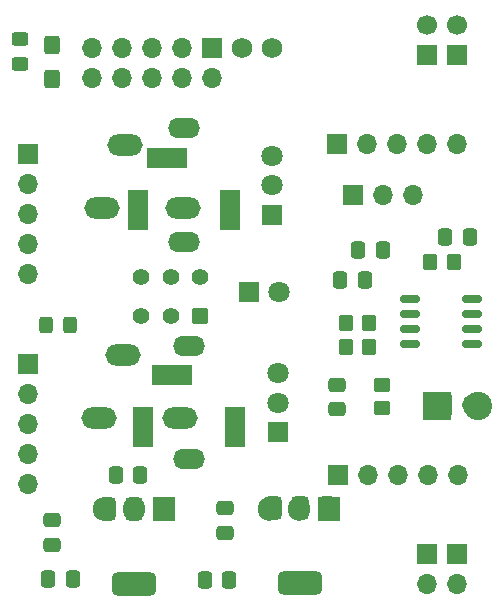
<source format=gbr>
%TF.GenerationSoftware,KiCad,Pcbnew,8.0.4*%
%TF.CreationDate,2024-08-25T20:19:00-07:00*%
%TF.ProjectId,Croissant,43726f69-7373-4616-9e74-2e6b69636164,rev?*%
%TF.SameCoordinates,Original*%
%TF.FileFunction,Soldermask,Top*%
%TF.FilePolarity,Negative*%
%FSLAX46Y46*%
G04 Gerber Fmt 4.6, Leading zero omitted, Abs format (unit mm)*
G04 Created by KiCad (PCBNEW 8.0.4) date 2024-08-25 20:19:00*
%MOMM*%
%LPD*%
G01*
G04 APERTURE LIST*
G04 Aperture macros list*
%AMRoundRect*
0 Rectangle with rounded corners*
0 $1 Rounding radius*
0 $2 $3 $4 $5 $6 $7 $8 $9 X,Y pos of 4 corners*
0 Add a 4 corners polygon primitive as box body*
4,1,4,$2,$3,$4,$5,$6,$7,$8,$9,$2,$3,0*
0 Add four circle primitives for the rounded corners*
1,1,$1+$1,$2,$3*
1,1,$1+$1,$4,$5*
1,1,$1+$1,$6,$7*
1,1,$1+$1,$8,$9*
0 Add four rect primitives between the rounded corners*
20,1,$1+$1,$2,$3,$4,$5,0*
20,1,$1+$1,$4,$5,$6,$7,0*
20,1,$1+$1,$6,$7,$8,$9,0*
20,1,$1+$1,$8,$9,$2,$3,0*%
G04 Aperture macros list end*
%ADD10RoundRect,0.250000X-0.337500X-0.475000X0.337500X-0.475000X0.337500X0.475000X-0.337500X0.475000X0*%
%ADD11R,1.700000X1.700000*%
%ADD12O,1.700000X1.700000*%
%ADD13RoundRect,0.250000X0.337500X0.475000X-0.337500X0.475000X-0.337500X-0.475000X0.337500X-0.475000X0*%
%ADD14RoundRect,0.250000X0.350000X0.450000X-0.350000X0.450000X-0.350000X-0.450000X0.350000X-0.450000X0*%
%ADD15R,1.800000X1.800000*%
%ADD16C,1.800000*%
%ADD17R,1.905000X2.000000*%
%ADD18O,1.905000X2.000000*%
%ADD19RoundRect,0.250000X-0.350000X-0.450000X0.350000X-0.450000X0.350000X0.450000X-0.350000X0.450000X0*%
%ADD20RoundRect,0.250000X-0.620000X-0.620000X0.620000X-0.620000X0.620000X0.620000X-0.620000X0.620000X0*%
%ADD21C,1.740000*%
%ADD22R,1.800000X3.500000*%
%ADD23R,3.500000X1.800000*%
%ADD24RoundRect,0.250000X0.475000X-0.337500X0.475000X0.337500X-0.475000X0.337500X-0.475000X-0.337500X0*%
%ADD25O,2.700000X1.700000*%
%ADD26RoundRect,0.250000X-0.325000X-0.450000X0.325000X-0.450000X0.325000X0.450000X-0.325000X0.450000X0*%
%ADD27RoundRect,0.250000X-0.425000X0.537500X-0.425000X-0.537500X0.425000X-0.537500X0.425000X0.537500X0*%
%ADD28RoundRect,0.375000X-0.375000X0.625000X-0.375000X-0.625000X0.375000X-0.625000X0.375000X0.625000X0*%
%ADD29RoundRect,0.500000X-1.400000X0.500000X-1.400000X-0.500000X1.400000X-0.500000X1.400000X0.500000X0*%
%ADD30C,1.700000*%
%ADD31R,2.400000X2.400000*%
%ADD32C,2.400000*%
%ADD33RoundRect,0.250000X-0.475000X0.337500X-0.475000X-0.337500X0.475000X-0.337500X0.475000X0.337500X0*%
%ADD34RoundRect,0.250000X-0.450000X0.350000X-0.450000X-0.350000X0.450000X-0.350000X0.450000X0.350000X0*%
%ADD35RoundRect,0.250000X0.450000X0.450000X-0.450000X0.450000X-0.450000X-0.450000X0.450000X-0.450000X0*%
%ADD36C,1.400000*%
%ADD37RoundRect,0.150000X-0.675000X-0.150000X0.675000X-0.150000X0.675000X0.150000X-0.675000X0.150000X0*%
%ADD38C,0.100000*%
%ADD39O,3.000000X1.800000*%
%ADD40RoundRect,0.250000X0.450000X-0.325000X0.450000X0.325000X-0.450000X0.325000X-0.450000X-0.325000X0*%
G04 APERTURE END LIST*
D10*
%TO.C,C10*%
X77966275Y-66040000D03*
X80041275Y-66040000D03*
%TD*%
D11*
%TO.C,P2*%
X65540000Y-49000000D03*
D12*
X65540000Y-51540000D03*
X55380000Y-49000000D03*
X55380000Y-51540000D03*
X63000000Y-49000000D03*
X60460000Y-49000000D03*
X57920000Y-49000000D03*
X63000000Y-51540000D03*
X60460000Y-51540000D03*
X57920000Y-51540000D03*
%TD*%
D13*
%TO.C,C5*%
X59518449Y-85100156D03*
X57443449Y-85100156D03*
%TD*%
D14*
%TO.C,R6*%
X78908606Y-72278105D03*
X76908606Y-72278105D03*
%TD*%
D13*
%TO.C,C14*%
X87397500Y-65000000D03*
X85322500Y-65000000D03*
%TD*%
D15*
%TO.C,D6*%
X68671500Y-69634025D03*
D16*
X71211500Y-69634025D03*
%TD*%
D17*
%TO.C,U1*%
X75510324Y-87983999D03*
D18*
X72970324Y-87983999D03*
X70430324Y-87983999D03*
%TD*%
D14*
%TO.C,R5*%
X78895578Y-74299061D03*
X76895578Y-74299061D03*
%TD*%
D19*
%TO.C,R4*%
X84067497Y-67121656D03*
X86067497Y-67121656D03*
%TD*%
D11*
%TO.C,J5*%
X77472723Y-61460000D03*
D12*
X80012723Y-61460000D03*
X82552723Y-61460000D03*
%TD*%
D20*
%TO.C,P1*%
X65540000Y-49000000D03*
D21*
X68080000Y-49000000D03*
X70620000Y-49000000D03*
%TD*%
D22*
%TO.C,J4*%
X59718449Y-81100156D03*
D23*
X62218449Y-76700156D03*
D22*
X67518449Y-81100156D03*
%TD*%
D24*
%TO.C,C12*%
X76200000Y-79545000D03*
X76200000Y-77470000D03*
%TD*%
D25*
%TO.C,RV1*%
X63188260Y-65385027D03*
X63188260Y-55785027D03*
D15*
X70688260Y-63085027D03*
D16*
X70688260Y-60585027D03*
X70688260Y-58085027D03*
%TD*%
D13*
%TO.C,C9*%
X53772843Y-93968688D03*
X51697843Y-93968688D03*
%TD*%
D26*
%TO.C,D1*%
X51519020Y-72460861D03*
X53569020Y-72460861D03*
%TD*%
D27*
%TO.C,C3*%
X51995534Y-48684028D03*
X51995534Y-51559028D03*
%TD*%
D28*
%TO.C,U3*%
X61306548Y-88028448D03*
X59006548Y-88028448D03*
D29*
X59006548Y-94328448D03*
D28*
X56706548Y-88028448D03*
%TD*%
D30*
%TO.C,P9*%
X86357855Y-46990000D03*
D11*
X86357855Y-49530000D03*
%TD*%
D31*
%TO.C,J7*%
X84597376Y-79246295D03*
D32*
X88097376Y-79246295D03*
%TD*%
D11*
%TO.C,P8*%
X83814110Y-91788250D03*
D12*
X83814110Y-94328250D03*
%TD*%
D11*
%TO.C,P10*%
X86360000Y-91794963D03*
D12*
X86360000Y-94334963D03*
%TD*%
D33*
%TO.C,C7*%
X52000000Y-88962500D03*
X52000000Y-91037500D03*
%TD*%
D11*
%TO.C,A1*%
X76191276Y-57069118D03*
D12*
X78731276Y-57069118D03*
X81271276Y-57069118D03*
X83811276Y-57069118D03*
X86351276Y-57069118D03*
%TD*%
D30*
%TO.C,P7*%
X83811276Y-47000868D03*
D11*
X83811276Y-49540868D03*
%TD*%
%TO.C,A4*%
X50000000Y-75714262D03*
D12*
X50000000Y-78254262D03*
X50000000Y-80794262D03*
X50000000Y-83334262D03*
X50000000Y-85874262D03*
%TD*%
D11*
%TO.C,A2*%
X76208801Y-85090000D03*
D12*
X78748801Y-85090000D03*
X81288801Y-85090000D03*
X83828801Y-85090000D03*
X86368801Y-85090000D03*
%TD*%
D11*
%TO.C,A3*%
X50013691Y-57939292D03*
D12*
X50013691Y-60479292D03*
X50013691Y-63019292D03*
X50013691Y-65559292D03*
X50013691Y-68099292D03*
%TD*%
D34*
%TO.C,R7*%
X80010000Y-77470000D03*
X80010000Y-79470000D03*
%TD*%
D35*
%TO.C,SW1*%
X64582831Y-71624680D03*
D36*
X62082831Y-71624680D03*
X59582831Y-71624680D03*
X59582831Y-68324680D03*
X62082831Y-68324680D03*
X64582831Y-68324680D03*
%TD*%
D28*
%TO.C,U4*%
X75300000Y-87964264D03*
X73000000Y-87964264D03*
D29*
X73000000Y-94264264D03*
D28*
X70700000Y-87964264D03*
%TD*%
D33*
%TO.C,C6*%
X66706548Y-87925000D03*
X66706548Y-90000000D03*
%TD*%
D10*
%TO.C,C8*%
X64962500Y-94000000D03*
X67037500Y-94000000D03*
%TD*%
D25*
%TO.C,RV2*%
X63656922Y-83813864D03*
X63656922Y-74213864D03*
D15*
X71156922Y-81513864D03*
D16*
X71156922Y-79013864D03*
X71156922Y-76513864D03*
%TD*%
D37*
%TO.C,U5*%
X82380000Y-70257280D03*
X82380000Y-71527280D03*
X82380000Y-72797280D03*
X82380000Y-74067280D03*
X87630000Y-74067280D03*
X87630000Y-72797280D03*
X87630000Y-71527280D03*
X87630000Y-70257280D03*
%TD*%
D17*
%TO.C,U2*%
X61503159Y-87983999D03*
D18*
X58963159Y-87983999D03*
X56423159Y-87983999D03*
%TD*%
D38*
%TO.C,J1*%
X61741109Y-59859364D03*
D39*
X58251109Y-57209364D03*
X56297109Y-62509364D03*
X63155109Y-62509364D03*
%TD*%
D10*
%TO.C,C11*%
X76432500Y-68580000D03*
X78507500Y-68580000D03*
%TD*%
D22*
%TO.C,J3*%
X59292981Y-62697583D03*
D23*
X61792981Y-58297583D03*
D22*
X67092981Y-62697583D03*
%TD*%
D38*
%TO.C,J2*%
X61490000Y-77650000D03*
D39*
X58000000Y-75000000D03*
X56046000Y-80300000D03*
X62904000Y-80300000D03*
%TD*%
D11*
%TO.C,J6*%
X85090000Y-79240686D03*
D12*
X87630000Y-79240686D03*
%TD*%
D40*
%TO.C,D4*%
X49342599Y-50298883D03*
X49342599Y-48248883D03*
%TD*%
M02*

</source>
